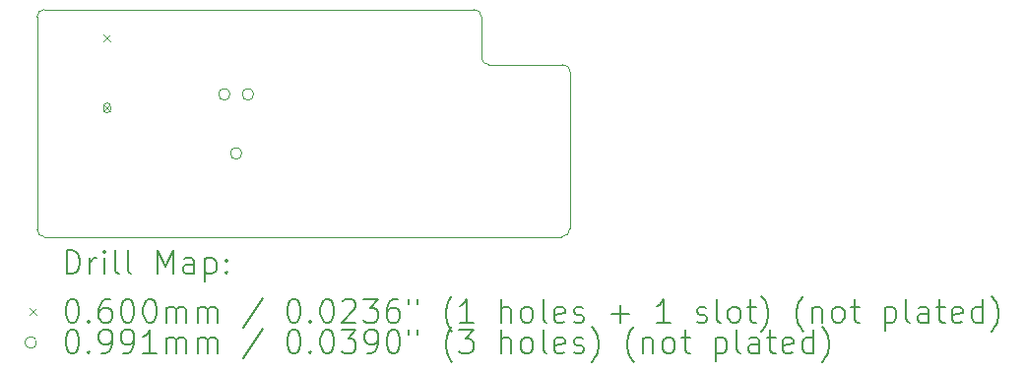
<source format=gbr>
%TF.GenerationSoftware,KiCad,Pcbnew,8.0.1*%
%TF.CreationDate,2024-04-03T20:43:08-07:00*%
%TF.ProjectId,Bluetooth_OSHW,426c7565-746f-46f7-9468-5f4f5348572e,rev?*%
%TF.SameCoordinates,Original*%
%TF.FileFunction,Drillmap*%
%TF.FilePolarity,Positive*%
%FSLAX45Y45*%
G04 Gerber Fmt 4.5, Leading zero omitted, Abs format (unit mm)*
G04 Created by KiCad (PCBNEW 8.0.1) date 2024-04-03 20:43:08*
%MOMM*%
%LPD*%
G01*
G04 APERTURE LIST*
%ADD10C,0.100000*%
%ADD11C,0.200000*%
G04 APERTURE END LIST*
D10*
X19202400Y-14757400D02*
G75*
G02*
X19138900Y-14693900I0J63500D01*
G01*
X23723600Y-14681201D02*
G75*
G02*
X23647399Y-14757400I-76200J1D01*
G01*
X23723600Y-14681200D02*
X23723600Y-13339900D01*
X22896500Y-12801600D02*
G75*
G02*
X22960000Y-12865100I0J-63500D01*
G01*
X19138900Y-12865100D02*
G75*
G02*
X19202400Y-12801600I63500J0D01*
G01*
X19138900Y-12865100D02*
X19138900Y-14693900D01*
X23660100Y-13276400D02*
G75*
G02*
X23723600Y-13339900I0J-63500D01*
G01*
X23023500Y-13276400D02*
G75*
G02*
X22960000Y-13212900I0J63500D01*
G01*
X22960000Y-13212900D02*
X22960000Y-12865100D01*
X23660100Y-13276400D02*
X23023500Y-13276400D01*
X19202400Y-14757400D02*
X23647399Y-14757400D01*
X19202400Y-12801600D02*
X22896500Y-12801600D01*
D11*
D10*
X19710500Y-13018000D02*
X19770500Y-13078000D01*
X19770500Y-13018000D02*
X19710500Y-13078000D01*
X19710500Y-13618000D02*
X19770500Y-13678000D01*
X19770500Y-13618000D02*
X19710500Y-13678000D01*
X19710500Y-13635500D02*
X19710500Y-13660500D01*
X19770500Y-13660500D02*
G75*
G02*
X19710500Y-13660500I-30000J0D01*
G01*
X19770500Y-13660500D02*
X19770500Y-13635500D01*
X19770500Y-13635500D02*
G75*
G03*
X19710500Y-13635500I-30000J0D01*
G01*
X20798430Y-13531000D02*
G75*
G02*
X20699370Y-13531000I-49530J0D01*
G01*
X20699370Y-13531000D02*
G75*
G02*
X20798430Y-13531000I49530J0D01*
G01*
X20900030Y-14039000D02*
G75*
G02*
X20800970Y-14039000I-49530J0D01*
G01*
X20800970Y-14039000D02*
G75*
G02*
X20900030Y-14039000I49530J0D01*
G01*
X21001630Y-13531000D02*
G75*
G02*
X20902570Y-13531000I-49530J0D01*
G01*
X20902570Y-13531000D02*
G75*
G02*
X21001630Y-13531000I49530J0D01*
G01*
D11*
X19394677Y-15073884D02*
X19394677Y-14873884D01*
X19394677Y-14873884D02*
X19442296Y-14873884D01*
X19442296Y-14873884D02*
X19470867Y-14883408D01*
X19470867Y-14883408D02*
X19489915Y-14902455D01*
X19489915Y-14902455D02*
X19499439Y-14921503D01*
X19499439Y-14921503D02*
X19508963Y-14959598D01*
X19508963Y-14959598D02*
X19508963Y-14988169D01*
X19508963Y-14988169D02*
X19499439Y-15026265D01*
X19499439Y-15026265D02*
X19489915Y-15045312D01*
X19489915Y-15045312D02*
X19470867Y-15064360D01*
X19470867Y-15064360D02*
X19442296Y-15073884D01*
X19442296Y-15073884D02*
X19394677Y-15073884D01*
X19594677Y-15073884D02*
X19594677Y-14940550D01*
X19594677Y-14978646D02*
X19604201Y-14959598D01*
X19604201Y-14959598D02*
X19613724Y-14950074D01*
X19613724Y-14950074D02*
X19632772Y-14940550D01*
X19632772Y-14940550D02*
X19651820Y-14940550D01*
X19718486Y-15073884D02*
X19718486Y-14940550D01*
X19718486Y-14873884D02*
X19708963Y-14883408D01*
X19708963Y-14883408D02*
X19718486Y-14892931D01*
X19718486Y-14892931D02*
X19728010Y-14883408D01*
X19728010Y-14883408D02*
X19718486Y-14873884D01*
X19718486Y-14873884D02*
X19718486Y-14892931D01*
X19842296Y-15073884D02*
X19823248Y-15064360D01*
X19823248Y-15064360D02*
X19813724Y-15045312D01*
X19813724Y-15045312D02*
X19813724Y-14873884D01*
X19947058Y-15073884D02*
X19928010Y-15064360D01*
X19928010Y-15064360D02*
X19918486Y-15045312D01*
X19918486Y-15045312D02*
X19918486Y-14873884D01*
X20175629Y-15073884D02*
X20175629Y-14873884D01*
X20175629Y-14873884D02*
X20242296Y-15016741D01*
X20242296Y-15016741D02*
X20308963Y-14873884D01*
X20308963Y-14873884D02*
X20308963Y-15073884D01*
X20489915Y-15073884D02*
X20489915Y-14969122D01*
X20489915Y-14969122D02*
X20480391Y-14950074D01*
X20480391Y-14950074D02*
X20461344Y-14940550D01*
X20461344Y-14940550D02*
X20423248Y-14940550D01*
X20423248Y-14940550D02*
X20404201Y-14950074D01*
X20489915Y-15064360D02*
X20470867Y-15073884D01*
X20470867Y-15073884D02*
X20423248Y-15073884D01*
X20423248Y-15073884D02*
X20404201Y-15064360D01*
X20404201Y-15064360D02*
X20394677Y-15045312D01*
X20394677Y-15045312D02*
X20394677Y-15026265D01*
X20394677Y-15026265D02*
X20404201Y-15007217D01*
X20404201Y-15007217D02*
X20423248Y-14997693D01*
X20423248Y-14997693D02*
X20470867Y-14997693D01*
X20470867Y-14997693D02*
X20489915Y-14988169D01*
X20585153Y-14940550D02*
X20585153Y-15140550D01*
X20585153Y-14950074D02*
X20604201Y-14940550D01*
X20604201Y-14940550D02*
X20642296Y-14940550D01*
X20642296Y-14940550D02*
X20661344Y-14950074D01*
X20661344Y-14950074D02*
X20670867Y-14959598D01*
X20670867Y-14959598D02*
X20680391Y-14978646D01*
X20680391Y-14978646D02*
X20680391Y-15035788D01*
X20680391Y-15035788D02*
X20670867Y-15054836D01*
X20670867Y-15054836D02*
X20661344Y-15064360D01*
X20661344Y-15064360D02*
X20642296Y-15073884D01*
X20642296Y-15073884D02*
X20604201Y-15073884D01*
X20604201Y-15073884D02*
X20585153Y-15064360D01*
X20766105Y-15054836D02*
X20775629Y-15064360D01*
X20775629Y-15064360D02*
X20766105Y-15073884D01*
X20766105Y-15073884D02*
X20756582Y-15064360D01*
X20756582Y-15064360D02*
X20766105Y-15054836D01*
X20766105Y-15054836D02*
X20766105Y-15073884D01*
X20766105Y-14950074D02*
X20775629Y-14959598D01*
X20775629Y-14959598D02*
X20766105Y-14969122D01*
X20766105Y-14969122D02*
X20756582Y-14959598D01*
X20756582Y-14959598D02*
X20766105Y-14950074D01*
X20766105Y-14950074D02*
X20766105Y-14969122D01*
D10*
X19073900Y-15372400D02*
X19133900Y-15432400D01*
X19133900Y-15372400D02*
X19073900Y-15432400D01*
D11*
X19432772Y-15293884D02*
X19451820Y-15293884D01*
X19451820Y-15293884D02*
X19470867Y-15303408D01*
X19470867Y-15303408D02*
X19480391Y-15312931D01*
X19480391Y-15312931D02*
X19489915Y-15331979D01*
X19489915Y-15331979D02*
X19499439Y-15370074D01*
X19499439Y-15370074D02*
X19499439Y-15417693D01*
X19499439Y-15417693D02*
X19489915Y-15455788D01*
X19489915Y-15455788D02*
X19480391Y-15474836D01*
X19480391Y-15474836D02*
X19470867Y-15484360D01*
X19470867Y-15484360D02*
X19451820Y-15493884D01*
X19451820Y-15493884D02*
X19432772Y-15493884D01*
X19432772Y-15493884D02*
X19413724Y-15484360D01*
X19413724Y-15484360D02*
X19404201Y-15474836D01*
X19404201Y-15474836D02*
X19394677Y-15455788D01*
X19394677Y-15455788D02*
X19385153Y-15417693D01*
X19385153Y-15417693D02*
X19385153Y-15370074D01*
X19385153Y-15370074D02*
X19394677Y-15331979D01*
X19394677Y-15331979D02*
X19404201Y-15312931D01*
X19404201Y-15312931D02*
X19413724Y-15303408D01*
X19413724Y-15303408D02*
X19432772Y-15293884D01*
X19585153Y-15474836D02*
X19594677Y-15484360D01*
X19594677Y-15484360D02*
X19585153Y-15493884D01*
X19585153Y-15493884D02*
X19575629Y-15484360D01*
X19575629Y-15484360D02*
X19585153Y-15474836D01*
X19585153Y-15474836D02*
X19585153Y-15493884D01*
X19766105Y-15293884D02*
X19728010Y-15293884D01*
X19728010Y-15293884D02*
X19708963Y-15303408D01*
X19708963Y-15303408D02*
X19699439Y-15312931D01*
X19699439Y-15312931D02*
X19680391Y-15341503D01*
X19680391Y-15341503D02*
X19670867Y-15379598D01*
X19670867Y-15379598D02*
X19670867Y-15455788D01*
X19670867Y-15455788D02*
X19680391Y-15474836D01*
X19680391Y-15474836D02*
X19689915Y-15484360D01*
X19689915Y-15484360D02*
X19708963Y-15493884D01*
X19708963Y-15493884D02*
X19747058Y-15493884D01*
X19747058Y-15493884D02*
X19766105Y-15484360D01*
X19766105Y-15484360D02*
X19775629Y-15474836D01*
X19775629Y-15474836D02*
X19785153Y-15455788D01*
X19785153Y-15455788D02*
X19785153Y-15408169D01*
X19785153Y-15408169D02*
X19775629Y-15389122D01*
X19775629Y-15389122D02*
X19766105Y-15379598D01*
X19766105Y-15379598D02*
X19747058Y-15370074D01*
X19747058Y-15370074D02*
X19708963Y-15370074D01*
X19708963Y-15370074D02*
X19689915Y-15379598D01*
X19689915Y-15379598D02*
X19680391Y-15389122D01*
X19680391Y-15389122D02*
X19670867Y-15408169D01*
X19908963Y-15293884D02*
X19928010Y-15293884D01*
X19928010Y-15293884D02*
X19947058Y-15303408D01*
X19947058Y-15303408D02*
X19956582Y-15312931D01*
X19956582Y-15312931D02*
X19966105Y-15331979D01*
X19966105Y-15331979D02*
X19975629Y-15370074D01*
X19975629Y-15370074D02*
X19975629Y-15417693D01*
X19975629Y-15417693D02*
X19966105Y-15455788D01*
X19966105Y-15455788D02*
X19956582Y-15474836D01*
X19956582Y-15474836D02*
X19947058Y-15484360D01*
X19947058Y-15484360D02*
X19928010Y-15493884D01*
X19928010Y-15493884D02*
X19908963Y-15493884D01*
X19908963Y-15493884D02*
X19889915Y-15484360D01*
X19889915Y-15484360D02*
X19880391Y-15474836D01*
X19880391Y-15474836D02*
X19870867Y-15455788D01*
X19870867Y-15455788D02*
X19861344Y-15417693D01*
X19861344Y-15417693D02*
X19861344Y-15370074D01*
X19861344Y-15370074D02*
X19870867Y-15331979D01*
X19870867Y-15331979D02*
X19880391Y-15312931D01*
X19880391Y-15312931D02*
X19889915Y-15303408D01*
X19889915Y-15303408D02*
X19908963Y-15293884D01*
X20099439Y-15293884D02*
X20118486Y-15293884D01*
X20118486Y-15293884D02*
X20137534Y-15303408D01*
X20137534Y-15303408D02*
X20147058Y-15312931D01*
X20147058Y-15312931D02*
X20156582Y-15331979D01*
X20156582Y-15331979D02*
X20166105Y-15370074D01*
X20166105Y-15370074D02*
X20166105Y-15417693D01*
X20166105Y-15417693D02*
X20156582Y-15455788D01*
X20156582Y-15455788D02*
X20147058Y-15474836D01*
X20147058Y-15474836D02*
X20137534Y-15484360D01*
X20137534Y-15484360D02*
X20118486Y-15493884D01*
X20118486Y-15493884D02*
X20099439Y-15493884D01*
X20099439Y-15493884D02*
X20080391Y-15484360D01*
X20080391Y-15484360D02*
X20070867Y-15474836D01*
X20070867Y-15474836D02*
X20061344Y-15455788D01*
X20061344Y-15455788D02*
X20051820Y-15417693D01*
X20051820Y-15417693D02*
X20051820Y-15370074D01*
X20051820Y-15370074D02*
X20061344Y-15331979D01*
X20061344Y-15331979D02*
X20070867Y-15312931D01*
X20070867Y-15312931D02*
X20080391Y-15303408D01*
X20080391Y-15303408D02*
X20099439Y-15293884D01*
X20251820Y-15493884D02*
X20251820Y-15360550D01*
X20251820Y-15379598D02*
X20261344Y-15370074D01*
X20261344Y-15370074D02*
X20280391Y-15360550D01*
X20280391Y-15360550D02*
X20308963Y-15360550D01*
X20308963Y-15360550D02*
X20328010Y-15370074D01*
X20328010Y-15370074D02*
X20337534Y-15389122D01*
X20337534Y-15389122D02*
X20337534Y-15493884D01*
X20337534Y-15389122D02*
X20347058Y-15370074D01*
X20347058Y-15370074D02*
X20366105Y-15360550D01*
X20366105Y-15360550D02*
X20394677Y-15360550D01*
X20394677Y-15360550D02*
X20413725Y-15370074D01*
X20413725Y-15370074D02*
X20423248Y-15389122D01*
X20423248Y-15389122D02*
X20423248Y-15493884D01*
X20518486Y-15493884D02*
X20518486Y-15360550D01*
X20518486Y-15379598D02*
X20528010Y-15370074D01*
X20528010Y-15370074D02*
X20547058Y-15360550D01*
X20547058Y-15360550D02*
X20575629Y-15360550D01*
X20575629Y-15360550D02*
X20594677Y-15370074D01*
X20594677Y-15370074D02*
X20604201Y-15389122D01*
X20604201Y-15389122D02*
X20604201Y-15493884D01*
X20604201Y-15389122D02*
X20613725Y-15370074D01*
X20613725Y-15370074D02*
X20632772Y-15360550D01*
X20632772Y-15360550D02*
X20661344Y-15360550D01*
X20661344Y-15360550D02*
X20680391Y-15370074D01*
X20680391Y-15370074D02*
X20689915Y-15389122D01*
X20689915Y-15389122D02*
X20689915Y-15493884D01*
X21080391Y-15284360D02*
X20908963Y-15541503D01*
X21337534Y-15293884D02*
X21356582Y-15293884D01*
X21356582Y-15293884D02*
X21375629Y-15303408D01*
X21375629Y-15303408D02*
X21385153Y-15312931D01*
X21385153Y-15312931D02*
X21394677Y-15331979D01*
X21394677Y-15331979D02*
X21404201Y-15370074D01*
X21404201Y-15370074D02*
X21404201Y-15417693D01*
X21404201Y-15417693D02*
X21394677Y-15455788D01*
X21394677Y-15455788D02*
X21385153Y-15474836D01*
X21385153Y-15474836D02*
X21375629Y-15484360D01*
X21375629Y-15484360D02*
X21356582Y-15493884D01*
X21356582Y-15493884D02*
X21337534Y-15493884D01*
X21337534Y-15493884D02*
X21318487Y-15484360D01*
X21318487Y-15484360D02*
X21308963Y-15474836D01*
X21308963Y-15474836D02*
X21299439Y-15455788D01*
X21299439Y-15455788D02*
X21289915Y-15417693D01*
X21289915Y-15417693D02*
X21289915Y-15370074D01*
X21289915Y-15370074D02*
X21299439Y-15331979D01*
X21299439Y-15331979D02*
X21308963Y-15312931D01*
X21308963Y-15312931D02*
X21318487Y-15303408D01*
X21318487Y-15303408D02*
X21337534Y-15293884D01*
X21489915Y-15474836D02*
X21499439Y-15484360D01*
X21499439Y-15484360D02*
X21489915Y-15493884D01*
X21489915Y-15493884D02*
X21480391Y-15484360D01*
X21480391Y-15484360D02*
X21489915Y-15474836D01*
X21489915Y-15474836D02*
X21489915Y-15493884D01*
X21623248Y-15293884D02*
X21642296Y-15293884D01*
X21642296Y-15293884D02*
X21661344Y-15303408D01*
X21661344Y-15303408D02*
X21670868Y-15312931D01*
X21670868Y-15312931D02*
X21680391Y-15331979D01*
X21680391Y-15331979D02*
X21689915Y-15370074D01*
X21689915Y-15370074D02*
X21689915Y-15417693D01*
X21689915Y-15417693D02*
X21680391Y-15455788D01*
X21680391Y-15455788D02*
X21670868Y-15474836D01*
X21670868Y-15474836D02*
X21661344Y-15484360D01*
X21661344Y-15484360D02*
X21642296Y-15493884D01*
X21642296Y-15493884D02*
X21623248Y-15493884D01*
X21623248Y-15493884D02*
X21604201Y-15484360D01*
X21604201Y-15484360D02*
X21594677Y-15474836D01*
X21594677Y-15474836D02*
X21585153Y-15455788D01*
X21585153Y-15455788D02*
X21575629Y-15417693D01*
X21575629Y-15417693D02*
X21575629Y-15370074D01*
X21575629Y-15370074D02*
X21585153Y-15331979D01*
X21585153Y-15331979D02*
X21594677Y-15312931D01*
X21594677Y-15312931D02*
X21604201Y-15303408D01*
X21604201Y-15303408D02*
X21623248Y-15293884D01*
X21766106Y-15312931D02*
X21775629Y-15303408D01*
X21775629Y-15303408D02*
X21794677Y-15293884D01*
X21794677Y-15293884D02*
X21842296Y-15293884D01*
X21842296Y-15293884D02*
X21861344Y-15303408D01*
X21861344Y-15303408D02*
X21870868Y-15312931D01*
X21870868Y-15312931D02*
X21880391Y-15331979D01*
X21880391Y-15331979D02*
X21880391Y-15351027D01*
X21880391Y-15351027D02*
X21870868Y-15379598D01*
X21870868Y-15379598D02*
X21756582Y-15493884D01*
X21756582Y-15493884D02*
X21880391Y-15493884D01*
X21947058Y-15293884D02*
X22070868Y-15293884D01*
X22070868Y-15293884D02*
X22004201Y-15370074D01*
X22004201Y-15370074D02*
X22032772Y-15370074D01*
X22032772Y-15370074D02*
X22051820Y-15379598D01*
X22051820Y-15379598D02*
X22061344Y-15389122D01*
X22061344Y-15389122D02*
X22070868Y-15408169D01*
X22070868Y-15408169D02*
X22070868Y-15455788D01*
X22070868Y-15455788D02*
X22061344Y-15474836D01*
X22061344Y-15474836D02*
X22051820Y-15484360D01*
X22051820Y-15484360D02*
X22032772Y-15493884D01*
X22032772Y-15493884D02*
X21975629Y-15493884D01*
X21975629Y-15493884D02*
X21956582Y-15484360D01*
X21956582Y-15484360D02*
X21947058Y-15474836D01*
X22242296Y-15293884D02*
X22204201Y-15293884D01*
X22204201Y-15293884D02*
X22185153Y-15303408D01*
X22185153Y-15303408D02*
X22175629Y-15312931D01*
X22175629Y-15312931D02*
X22156582Y-15341503D01*
X22156582Y-15341503D02*
X22147058Y-15379598D01*
X22147058Y-15379598D02*
X22147058Y-15455788D01*
X22147058Y-15455788D02*
X22156582Y-15474836D01*
X22156582Y-15474836D02*
X22166106Y-15484360D01*
X22166106Y-15484360D02*
X22185153Y-15493884D01*
X22185153Y-15493884D02*
X22223249Y-15493884D01*
X22223249Y-15493884D02*
X22242296Y-15484360D01*
X22242296Y-15484360D02*
X22251820Y-15474836D01*
X22251820Y-15474836D02*
X22261344Y-15455788D01*
X22261344Y-15455788D02*
X22261344Y-15408169D01*
X22261344Y-15408169D02*
X22251820Y-15389122D01*
X22251820Y-15389122D02*
X22242296Y-15379598D01*
X22242296Y-15379598D02*
X22223249Y-15370074D01*
X22223249Y-15370074D02*
X22185153Y-15370074D01*
X22185153Y-15370074D02*
X22166106Y-15379598D01*
X22166106Y-15379598D02*
X22156582Y-15389122D01*
X22156582Y-15389122D02*
X22147058Y-15408169D01*
X22337534Y-15293884D02*
X22337534Y-15331979D01*
X22413725Y-15293884D02*
X22413725Y-15331979D01*
X22708963Y-15570074D02*
X22699439Y-15560550D01*
X22699439Y-15560550D02*
X22680391Y-15531979D01*
X22680391Y-15531979D02*
X22670868Y-15512931D01*
X22670868Y-15512931D02*
X22661344Y-15484360D01*
X22661344Y-15484360D02*
X22651820Y-15436741D01*
X22651820Y-15436741D02*
X22651820Y-15398646D01*
X22651820Y-15398646D02*
X22661344Y-15351027D01*
X22661344Y-15351027D02*
X22670868Y-15322455D01*
X22670868Y-15322455D02*
X22680391Y-15303408D01*
X22680391Y-15303408D02*
X22699439Y-15274836D01*
X22699439Y-15274836D02*
X22708963Y-15265312D01*
X22889915Y-15493884D02*
X22775629Y-15493884D01*
X22832772Y-15493884D02*
X22832772Y-15293884D01*
X22832772Y-15293884D02*
X22813725Y-15322455D01*
X22813725Y-15322455D02*
X22794677Y-15341503D01*
X22794677Y-15341503D02*
X22775629Y-15351027D01*
X23128010Y-15493884D02*
X23128010Y-15293884D01*
X23213725Y-15493884D02*
X23213725Y-15389122D01*
X23213725Y-15389122D02*
X23204201Y-15370074D01*
X23204201Y-15370074D02*
X23185153Y-15360550D01*
X23185153Y-15360550D02*
X23156582Y-15360550D01*
X23156582Y-15360550D02*
X23137534Y-15370074D01*
X23137534Y-15370074D02*
X23128010Y-15379598D01*
X23337534Y-15493884D02*
X23318487Y-15484360D01*
X23318487Y-15484360D02*
X23308963Y-15474836D01*
X23308963Y-15474836D02*
X23299439Y-15455788D01*
X23299439Y-15455788D02*
X23299439Y-15398646D01*
X23299439Y-15398646D02*
X23308963Y-15379598D01*
X23308963Y-15379598D02*
X23318487Y-15370074D01*
X23318487Y-15370074D02*
X23337534Y-15360550D01*
X23337534Y-15360550D02*
X23366106Y-15360550D01*
X23366106Y-15360550D02*
X23385153Y-15370074D01*
X23385153Y-15370074D02*
X23394677Y-15379598D01*
X23394677Y-15379598D02*
X23404201Y-15398646D01*
X23404201Y-15398646D02*
X23404201Y-15455788D01*
X23404201Y-15455788D02*
X23394677Y-15474836D01*
X23394677Y-15474836D02*
X23385153Y-15484360D01*
X23385153Y-15484360D02*
X23366106Y-15493884D01*
X23366106Y-15493884D02*
X23337534Y-15493884D01*
X23518487Y-15493884D02*
X23499439Y-15484360D01*
X23499439Y-15484360D02*
X23489915Y-15465312D01*
X23489915Y-15465312D02*
X23489915Y-15293884D01*
X23670868Y-15484360D02*
X23651820Y-15493884D01*
X23651820Y-15493884D02*
X23613725Y-15493884D01*
X23613725Y-15493884D02*
X23594677Y-15484360D01*
X23594677Y-15484360D02*
X23585153Y-15465312D01*
X23585153Y-15465312D02*
X23585153Y-15389122D01*
X23585153Y-15389122D02*
X23594677Y-15370074D01*
X23594677Y-15370074D02*
X23613725Y-15360550D01*
X23613725Y-15360550D02*
X23651820Y-15360550D01*
X23651820Y-15360550D02*
X23670868Y-15370074D01*
X23670868Y-15370074D02*
X23680391Y-15389122D01*
X23680391Y-15389122D02*
X23680391Y-15408169D01*
X23680391Y-15408169D02*
X23585153Y-15427217D01*
X23756582Y-15484360D02*
X23775630Y-15493884D01*
X23775630Y-15493884D02*
X23813725Y-15493884D01*
X23813725Y-15493884D02*
X23832772Y-15484360D01*
X23832772Y-15484360D02*
X23842296Y-15465312D01*
X23842296Y-15465312D02*
X23842296Y-15455788D01*
X23842296Y-15455788D02*
X23832772Y-15436741D01*
X23832772Y-15436741D02*
X23813725Y-15427217D01*
X23813725Y-15427217D02*
X23785153Y-15427217D01*
X23785153Y-15427217D02*
X23766106Y-15417693D01*
X23766106Y-15417693D02*
X23756582Y-15398646D01*
X23756582Y-15398646D02*
X23756582Y-15389122D01*
X23756582Y-15389122D02*
X23766106Y-15370074D01*
X23766106Y-15370074D02*
X23785153Y-15360550D01*
X23785153Y-15360550D02*
X23813725Y-15360550D01*
X23813725Y-15360550D02*
X23832772Y-15370074D01*
X24080392Y-15417693D02*
X24232773Y-15417693D01*
X24156582Y-15493884D02*
X24156582Y-15341503D01*
X24585153Y-15493884D02*
X24470868Y-15493884D01*
X24528011Y-15493884D02*
X24528011Y-15293884D01*
X24528011Y-15293884D02*
X24508963Y-15322455D01*
X24508963Y-15322455D02*
X24489915Y-15341503D01*
X24489915Y-15341503D02*
X24470868Y-15351027D01*
X24813725Y-15484360D02*
X24832773Y-15493884D01*
X24832773Y-15493884D02*
X24870868Y-15493884D01*
X24870868Y-15493884D02*
X24889915Y-15484360D01*
X24889915Y-15484360D02*
X24899439Y-15465312D01*
X24899439Y-15465312D02*
X24899439Y-15455788D01*
X24899439Y-15455788D02*
X24889915Y-15436741D01*
X24889915Y-15436741D02*
X24870868Y-15427217D01*
X24870868Y-15427217D02*
X24842296Y-15427217D01*
X24842296Y-15427217D02*
X24823249Y-15417693D01*
X24823249Y-15417693D02*
X24813725Y-15398646D01*
X24813725Y-15398646D02*
X24813725Y-15389122D01*
X24813725Y-15389122D02*
X24823249Y-15370074D01*
X24823249Y-15370074D02*
X24842296Y-15360550D01*
X24842296Y-15360550D02*
X24870868Y-15360550D01*
X24870868Y-15360550D02*
X24889915Y-15370074D01*
X25013725Y-15493884D02*
X24994677Y-15484360D01*
X24994677Y-15484360D02*
X24985154Y-15465312D01*
X24985154Y-15465312D02*
X24985154Y-15293884D01*
X25118487Y-15493884D02*
X25099439Y-15484360D01*
X25099439Y-15484360D02*
X25089915Y-15474836D01*
X25089915Y-15474836D02*
X25080392Y-15455788D01*
X25080392Y-15455788D02*
X25080392Y-15398646D01*
X25080392Y-15398646D02*
X25089915Y-15379598D01*
X25089915Y-15379598D02*
X25099439Y-15370074D01*
X25099439Y-15370074D02*
X25118487Y-15360550D01*
X25118487Y-15360550D02*
X25147058Y-15360550D01*
X25147058Y-15360550D02*
X25166106Y-15370074D01*
X25166106Y-15370074D02*
X25175630Y-15379598D01*
X25175630Y-15379598D02*
X25185154Y-15398646D01*
X25185154Y-15398646D02*
X25185154Y-15455788D01*
X25185154Y-15455788D02*
X25175630Y-15474836D01*
X25175630Y-15474836D02*
X25166106Y-15484360D01*
X25166106Y-15484360D02*
X25147058Y-15493884D01*
X25147058Y-15493884D02*
X25118487Y-15493884D01*
X25242296Y-15360550D02*
X25318487Y-15360550D01*
X25270868Y-15293884D02*
X25270868Y-15465312D01*
X25270868Y-15465312D02*
X25280392Y-15484360D01*
X25280392Y-15484360D02*
X25299439Y-15493884D01*
X25299439Y-15493884D02*
X25318487Y-15493884D01*
X25366106Y-15570074D02*
X25375630Y-15560550D01*
X25375630Y-15560550D02*
X25394677Y-15531979D01*
X25394677Y-15531979D02*
X25404201Y-15512931D01*
X25404201Y-15512931D02*
X25413725Y-15484360D01*
X25413725Y-15484360D02*
X25423249Y-15436741D01*
X25423249Y-15436741D02*
X25423249Y-15398646D01*
X25423249Y-15398646D02*
X25413725Y-15351027D01*
X25413725Y-15351027D02*
X25404201Y-15322455D01*
X25404201Y-15322455D02*
X25394677Y-15303408D01*
X25394677Y-15303408D02*
X25375630Y-15274836D01*
X25375630Y-15274836D02*
X25366106Y-15265312D01*
X25728011Y-15570074D02*
X25718487Y-15560550D01*
X25718487Y-15560550D02*
X25699439Y-15531979D01*
X25699439Y-15531979D02*
X25689915Y-15512931D01*
X25689915Y-15512931D02*
X25680392Y-15484360D01*
X25680392Y-15484360D02*
X25670868Y-15436741D01*
X25670868Y-15436741D02*
X25670868Y-15398646D01*
X25670868Y-15398646D02*
X25680392Y-15351027D01*
X25680392Y-15351027D02*
X25689915Y-15322455D01*
X25689915Y-15322455D02*
X25699439Y-15303408D01*
X25699439Y-15303408D02*
X25718487Y-15274836D01*
X25718487Y-15274836D02*
X25728011Y-15265312D01*
X25804201Y-15360550D02*
X25804201Y-15493884D01*
X25804201Y-15379598D02*
X25813725Y-15370074D01*
X25813725Y-15370074D02*
X25832773Y-15360550D01*
X25832773Y-15360550D02*
X25861344Y-15360550D01*
X25861344Y-15360550D02*
X25880392Y-15370074D01*
X25880392Y-15370074D02*
X25889915Y-15389122D01*
X25889915Y-15389122D02*
X25889915Y-15493884D01*
X26013725Y-15493884D02*
X25994677Y-15484360D01*
X25994677Y-15484360D02*
X25985154Y-15474836D01*
X25985154Y-15474836D02*
X25975630Y-15455788D01*
X25975630Y-15455788D02*
X25975630Y-15398646D01*
X25975630Y-15398646D02*
X25985154Y-15379598D01*
X25985154Y-15379598D02*
X25994677Y-15370074D01*
X25994677Y-15370074D02*
X26013725Y-15360550D01*
X26013725Y-15360550D02*
X26042296Y-15360550D01*
X26042296Y-15360550D02*
X26061344Y-15370074D01*
X26061344Y-15370074D02*
X26070868Y-15379598D01*
X26070868Y-15379598D02*
X26080392Y-15398646D01*
X26080392Y-15398646D02*
X26080392Y-15455788D01*
X26080392Y-15455788D02*
X26070868Y-15474836D01*
X26070868Y-15474836D02*
X26061344Y-15484360D01*
X26061344Y-15484360D02*
X26042296Y-15493884D01*
X26042296Y-15493884D02*
X26013725Y-15493884D01*
X26137535Y-15360550D02*
X26213725Y-15360550D01*
X26166106Y-15293884D02*
X26166106Y-15465312D01*
X26166106Y-15465312D02*
X26175630Y-15484360D01*
X26175630Y-15484360D02*
X26194677Y-15493884D01*
X26194677Y-15493884D02*
X26213725Y-15493884D01*
X26432773Y-15360550D02*
X26432773Y-15560550D01*
X26432773Y-15370074D02*
X26451820Y-15360550D01*
X26451820Y-15360550D02*
X26489916Y-15360550D01*
X26489916Y-15360550D02*
X26508963Y-15370074D01*
X26508963Y-15370074D02*
X26518487Y-15379598D01*
X26518487Y-15379598D02*
X26528011Y-15398646D01*
X26528011Y-15398646D02*
X26528011Y-15455788D01*
X26528011Y-15455788D02*
X26518487Y-15474836D01*
X26518487Y-15474836D02*
X26508963Y-15484360D01*
X26508963Y-15484360D02*
X26489916Y-15493884D01*
X26489916Y-15493884D02*
X26451820Y-15493884D01*
X26451820Y-15493884D02*
X26432773Y-15484360D01*
X26642296Y-15493884D02*
X26623249Y-15484360D01*
X26623249Y-15484360D02*
X26613725Y-15465312D01*
X26613725Y-15465312D02*
X26613725Y-15293884D01*
X26804201Y-15493884D02*
X26804201Y-15389122D01*
X26804201Y-15389122D02*
X26794677Y-15370074D01*
X26794677Y-15370074D02*
X26775630Y-15360550D01*
X26775630Y-15360550D02*
X26737535Y-15360550D01*
X26737535Y-15360550D02*
X26718487Y-15370074D01*
X26804201Y-15484360D02*
X26785154Y-15493884D01*
X26785154Y-15493884D02*
X26737535Y-15493884D01*
X26737535Y-15493884D02*
X26718487Y-15484360D01*
X26718487Y-15484360D02*
X26708963Y-15465312D01*
X26708963Y-15465312D02*
X26708963Y-15446265D01*
X26708963Y-15446265D02*
X26718487Y-15427217D01*
X26718487Y-15427217D02*
X26737535Y-15417693D01*
X26737535Y-15417693D02*
X26785154Y-15417693D01*
X26785154Y-15417693D02*
X26804201Y-15408169D01*
X26870868Y-15360550D02*
X26947058Y-15360550D01*
X26899439Y-15293884D02*
X26899439Y-15465312D01*
X26899439Y-15465312D02*
X26908963Y-15484360D01*
X26908963Y-15484360D02*
X26928011Y-15493884D01*
X26928011Y-15493884D02*
X26947058Y-15493884D01*
X27089916Y-15484360D02*
X27070868Y-15493884D01*
X27070868Y-15493884D02*
X27032773Y-15493884D01*
X27032773Y-15493884D02*
X27013725Y-15484360D01*
X27013725Y-15484360D02*
X27004201Y-15465312D01*
X27004201Y-15465312D02*
X27004201Y-15389122D01*
X27004201Y-15389122D02*
X27013725Y-15370074D01*
X27013725Y-15370074D02*
X27032773Y-15360550D01*
X27032773Y-15360550D02*
X27070868Y-15360550D01*
X27070868Y-15360550D02*
X27089916Y-15370074D01*
X27089916Y-15370074D02*
X27099439Y-15389122D01*
X27099439Y-15389122D02*
X27099439Y-15408169D01*
X27099439Y-15408169D02*
X27004201Y-15427217D01*
X27270868Y-15493884D02*
X27270868Y-15293884D01*
X27270868Y-15484360D02*
X27251820Y-15493884D01*
X27251820Y-15493884D02*
X27213725Y-15493884D01*
X27213725Y-15493884D02*
X27194677Y-15484360D01*
X27194677Y-15484360D02*
X27185154Y-15474836D01*
X27185154Y-15474836D02*
X27175630Y-15455788D01*
X27175630Y-15455788D02*
X27175630Y-15398646D01*
X27175630Y-15398646D02*
X27185154Y-15379598D01*
X27185154Y-15379598D02*
X27194677Y-15370074D01*
X27194677Y-15370074D02*
X27213725Y-15360550D01*
X27213725Y-15360550D02*
X27251820Y-15360550D01*
X27251820Y-15360550D02*
X27270868Y-15370074D01*
X27347058Y-15570074D02*
X27356582Y-15560550D01*
X27356582Y-15560550D02*
X27375630Y-15531979D01*
X27375630Y-15531979D02*
X27385154Y-15512931D01*
X27385154Y-15512931D02*
X27394677Y-15484360D01*
X27394677Y-15484360D02*
X27404201Y-15436741D01*
X27404201Y-15436741D02*
X27404201Y-15398646D01*
X27404201Y-15398646D02*
X27394677Y-15351027D01*
X27394677Y-15351027D02*
X27385154Y-15322455D01*
X27385154Y-15322455D02*
X27375630Y-15303408D01*
X27375630Y-15303408D02*
X27356582Y-15274836D01*
X27356582Y-15274836D02*
X27347058Y-15265312D01*
D10*
X19133900Y-15666400D02*
G75*
G02*
X19034840Y-15666400I-49530J0D01*
G01*
X19034840Y-15666400D02*
G75*
G02*
X19133900Y-15666400I49530J0D01*
G01*
D11*
X19432772Y-15557884D02*
X19451820Y-15557884D01*
X19451820Y-15557884D02*
X19470867Y-15567408D01*
X19470867Y-15567408D02*
X19480391Y-15576931D01*
X19480391Y-15576931D02*
X19489915Y-15595979D01*
X19489915Y-15595979D02*
X19499439Y-15634074D01*
X19499439Y-15634074D02*
X19499439Y-15681693D01*
X19499439Y-15681693D02*
X19489915Y-15719788D01*
X19489915Y-15719788D02*
X19480391Y-15738836D01*
X19480391Y-15738836D02*
X19470867Y-15748360D01*
X19470867Y-15748360D02*
X19451820Y-15757884D01*
X19451820Y-15757884D02*
X19432772Y-15757884D01*
X19432772Y-15757884D02*
X19413724Y-15748360D01*
X19413724Y-15748360D02*
X19404201Y-15738836D01*
X19404201Y-15738836D02*
X19394677Y-15719788D01*
X19394677Y-15719788D02*
X19385153Y-15681693D01*
X19385153Y-15681693D02*
X19385153Y-15634074D01*
X19385153Y-15634074D02*
X19394677Y-15595979D01*
X19394677Y-15595979D02*
X19404201Y-15576931D01*
X19404201Y-15576931D02*
X19413724Y-15567408D01*
X19413724Y-15567408D02*
X19432772Y-15557884D01*
X19585153Y-15738836D02*
X19594677Y-15748360D01*
X19594677Y-15748360D02*
X19585153Y-15757884D01*
X19585153Y-15757884D02*
X19575629Y-15748360D01*
X19575629Y-15748360D02*
X19585153Y-15738836D01*
X19585153Y-15738836D02*
X19585153Y-15757884D01*
X19689915Y-15757884D02*
X19728010Y-15757884D01*
X19728010Y-15757884D02*
X19747058Y-15748360D01*
X19747058Y-15748360D02*
X19756582Y-15738836D01*
X19756582Y-15738836D02*
X19775629Y-15710265D01*
X19775629Y-15710265D02*
X19785153Y-15672169D01*
X19785153Y-15672169D02*
X19785153Y-15595979D01*
X19785153Y-15595979D02*
X19775629Y-15576931D01*
X19775629Y-15576931D02*
X19766105Y-15567408D01*
X19766105Y-15567408D02*
X19747058Y-15557884D01*
X19747058Y-15557884D02*
X19708963Y-15557884D01*
X19708963Y-15557884D02*
X19689915Y-15567408D01*
X19689915Y-15567408D02*
X19680391Y-15576931D01*
X19680391Y-15576931D02*
X19670867Y-15595979D01*
X19670867Y-15595979D02*
X19670867Y-15643598D01*
X19670867Y-15643598D02*
X19680391Y-15662646D01*
X19680391Y-15662646D02*
X19689915Y-15672169D01*
X19689915Y-15672169D02*
X19708963Y-15681693D01*
X19708963Y-15681693D02*
X19747058Y-15681693D01*
X19747058Y-15681693D02*
X19766105Y-15672169D01*
X19766105Y-15672169D02*
X19775629Y-15662646D01*
X19775629Y-15662646D02*
X19785153Y-15643598D01*
X19880391Y-15757884D02*
X19918486Y-15757884D01*
X19918486Y-15757884D02*
X19937534Y-15748360D01*
X19937534Y-15748360D02*
X19947058Y-15738836D01*
X19947058Y-15738836D02*
X19966105Y-15710265D01*
X19966105Y-15710265D02*
X19975629Y-15672169D01*
X19975629Y-15672169D02*
X19975629Y-15595979D01*
X19975629Y-15595979D02*
X19966105Y-15576931D01*
X19966105Y-15576931D02*
X19956582Y-15567408D01*
X19956582Y-15567408D02*
X19937534Y-15557884D01*
X19937534Y-15557884D02*
X19899439Y-15557884D01*
X19899439Y-15557884D02*
X19880391Y-15567408D01*
X19880391Y-15567408D02*
X19870867Y-15576931D01*
X19870867Y-15576931D02*
X19861344Y-15595979D01*
X19861344Y-15595979D02*
X19861344Y-15643598D01*
X19861344Y-15643598D02*
X19870867Y-15662646D01*
X19870867Y-15662646D02*
X19880391Y-15672169D01*
X19880391Y-15672169D02*
X19899439Y-15681693D01*
X19899439Y-15681693D02*
X19937534Y-15681693D01*
X19937534Y-15681693D02*
X19956582Y-15672169D01*
X19956582Y-15672169D02*
X19966105Y-15662646D01*
X19966105Y-15662646D02*
X19975629Y-15643598D01*
X20166105Y-15757884D02*
X20051820Y-15757884D01*
X20108963Y-15757884D02*
X20108963Y-15557884D01*
X20108963Y-15557884D02*
X20089915Y-15586455D01*
X20089915Y-15586455D02*
X20070867Y-15605503D01*
X20070867Y-15605503D02*
X20051820Y-15615027D01*
X20251820Y-15757884D02*
X20251820Y-15624550D01*
X20251820Y-15643598D02*
X20261344Y-15634074D01*
X20261344Y-15634074D02*
X20280391Y-15624550D01*
X20280391Y-15624550D02*
X20308963Y-15624550D01*
X20308963Y-15624550D02*
X20328010Y-15634074D01*
X20328010Y-15634074D02*
X20337534Y-15653122D01*
X20337534Y-15653122D02*
X20337534Y-15757884D01*
X20337534Y-15653122D02*
X20347058Y-15634074D01*
X20347058Y-15634074D02*
X20366105Y-15624550D01*
X20366105Y-15624550D02*
X20394677Y-15624550D01*
X20394677Y-15624550D02*
X20413725Y-15634074D01*
X20413725Y-15634074D02*
X20423248Y-15653122D01*
X20423248Y-15653122D02*
X20423248Y-15757884D01*
X20518486Y-15757884D02*
X20518486Y-15624550D01*
X20518486Y-15643598D02*
X20528010Y-15634074D01*
X20528010Y-15634074D02*
X20547058Y-15624550D01*
X20547058Y-15624550D02*
X20575629Y-15624550D01*
X20575629Y-15624550D02*
X20594677Y-15634074D01*
X20594677Y-15634074D02*
X20604201Y-15653122D01*
X20604201Y-15653122D02*
X20604201Y-15757884D01*
X20604201Y-15653122D02*
X20613725Y-15634074D01*
X20613725Y-15634074D02*
X20632772Y-15624550D01*
X20632772Y-15624550D02*
X20661344Y-15624550D01*
X20661344Y-15624550D02*
X20680391Y-15634074D01*
X20680391Y-15634074D02*
X20689915Y-15653122D01*
X20689915Y-15653122D02*
X20689915Y-15757884D01*
X21080391Y-15548360D02*
X20908963Y-15805503D01*
X21337534Y-15557884D02*
X21356582Y-15557884D01*
X21356582Y-15557884D02*
X21375629Y-15567408D01*
X21375629Y-15567408D02*
X21385153Y-15576931D01*
X21385153Y-15576931D02*
X21394677Y-15595979D01*
X21394677Y-15595979D02*
X21404201Y-15634074D01*
X21404201Y-15634074D02*
X21404201Y-15681693D01*
X21404201Y-15681693D02*
X21394677Y-15719788D01*
X21394677Y-15719788D02*
X21385153Y-15738836D01*
X21385153Y-15738836D02*
X21375629Y-15748360D01*
X21375629Y-15748360D02*
X21356582Y-15757884D01*
X21356582Y-15757884D02*
X21337534Y-15757884D01*
X21337534Y-15757884D02*
X21318487Y-15748360D01*
X21318487Y-15748360D02*
X21308963Y-15738836D01*
X21308963Y-15738836D02*
X21299439Y-15719788D01*
X21299439Y-15719788D02*
X21289915Y-15681693D01*
X21289915Y-15681693D02*
X21289915Y-15634074D01*
X21289915Y-15634074D02*
X21299439Y-15595979D01*
X21299439Y-15595979D02*
X21308963Y-15576931D01*
X21308963Y-15576931D02*
X21318487Y-15567408D01*
X21318487Y-15567408D02*
X21337534Y-15557884D01*
X21489915Y-15738836D02*
X21499439Y-15748360D01*
X21499439Y-15748360D02*
X21489915Y-15757884D01*
X21489915Y-15757884D02*
X21480391Y-15748360D01*
X21480391Y-15748360D02*
X21489915Y-15738836D01*
X21489915Y-15738836D02*
X21489915Y-15757884D01*
X21623248Y-15557884D02*
X21642296Y-15557884D01*
X21642296Y-15557884D02*
X21661344Y-15567408D01*
X21661344Y-15567408D02*
X21670868Y-15576931D01*
X21670868Y-15576931D02*
X21680391Y-15595979D01*
X21680391Y-15595979D02*
X21689915Y-15634074D01*
X21689915Y-15634074D02*
X21689915Y-15681693D01*
X21689915Y-15681693D02*
X21680391Y-15719788D01*
X21680391Y-15719788D02*
X21670868Y-15738836D01*
X21670868Y-15738836D02*
X21661344Y-15748360D01*
X21661344Y-15748360D02*
X21642296Y-15757884D01*
X21642296Y-15757884D02*
X21623248Y-15757884D01*
X21623248Y-15757884D02*
X21604201Y-15748360D01*
X21604201Y-15748360D02*
X21594677Y-15738836D01*
X21594677Y-15738836D02*
X21585153Y-15719788D01*
X21585153Y-15719788D02*
X21575629Y-15681693D01*
X21575629Y-15681693D02*
X21575629Y-15634074D01*
X21575629Y-15634074D02*
X21585153Y-15595979D01*
X21585153Y-15595979D02*
X21594677Y-15576931D01*
X21594677Y-15576931D02*
X21604201Y-15567408D01*
X21604201Y-15567408D02*
X21623248Y-15557884D01*
X21756582Y-15557884D02*
X21880391Y-15557884D01*
X21880391Y-15557884D02*
X21813725Y-15634074D01*
X21813725Y-15634074D02*
X21842296Y-15634074D01*
X21842296Y-15634074D02*
X21861344Y-15643598D01*
X21861344Y-15643598D02*
X21870868Y-15653122D01*
X21870868Y-15653122D02*
X21880391Y-15672169D01*
X21880391Y-15672169D02*
X21880391Y-15719788D01*
X21880391Y-15719788D02*
X21870868Y-15738836D01*
X21870868Y-15738836D02*
X21861344Y-15748360D01*
X21861344Y-15748360D02*
X21842296Y-15757884D01*
X21842296Y-15757884D02*
X21785153Y-15757884D01*
X21785153Y-15757884D02*
X21766106Y-15748360D01*
X21766106Y-15748360D02*
X21756582Y-15738836D01*
X21975629Y-15757884D02*
X22013725Y-15757884D01*
X22013725Y-15757884D02*
X22032772Y-15748360D01*
X22032772Y-15748360D02*
X22042296Y-15738836D01*
X22042296Y-15738836D02*
X22061344Y-15710265D01*
X22061344Y-15710265D02*
X22070868Y-15672169D01*
X22070868Y-15672169D02*
X22070868Y-15595979D01*
X22070868Y-15595979D02*
X22061344Y-15576931D01*
X22061344Y-15576931D02*
X22051820Y-15567408D01*
X22051820Y-15567408D02*
X22032772Y-15557884D01*
X22032772Y-15557884D02*
X21994677Y-15557884D01*
X21994677Y-15557884D02*
X21975629Y-15567408D01*
X21975629Y-15567408D02*
X21966106Y-15576931D01*
X21966106Y-15576931D02*
X21956582Y-15595979D01*
X21956582Y-15595979D02*
X21956582Y-15643598D01*
X21956582Y-15643598D02*
X21966106Y-15662646D01*
X21966106Y-15662646D02*
X21975629Y-15672169D01*
X21975629Y-15672169D02*
X21994677Y-15681693D01*
X21994677Y-15681693D02*
X22032772Y-15681693D01*
X22032772Y-15681693D02*
X22051820Y-15672169D01*
X22051820Y-15672169D02*
X22061344Y-15662646D01*
X22061344Y-15662646D02*
X22070868Y-15643598D01*
X22194677Y-15557884D02*
X22213725Y-15557884D01*
X22213725Y-15557884D02*
X22232772Y-15567408D01*
X22232772Y-15567408D02*
X22242296Y-15576931D01*
X22242296Y-15576931D02*
X22251820Y-15595979D01*
X22251820Y-15595979D02*
X22261344Y-15634074D01*
X22261344Y-15634074D02*
X22261344Y-15681693D01*
X22261344Y-15681693D02*
X22251820Y-15719788D01*
X22251820Y-15719788D02*
X22242296Y-15738836D01*
X22242296Y-15738836D02*
X22232772Y-15748360D01*
X22232772Y-15748360D02*
X22213725Y-15757884D01*
X22213725Y-15757884D02*
X22194677Y-15757884D01*
X22194677Y-15757884D02*
X22175629Y-15748360D01*
X22175629Y-15748360D02*
X22166106Y-15738836D01*
X22166106Y-15738836D02*
X22156582Y-15719788D01*
X22156582Y-15719788D02*
X22147058Y-15681693D01*
X22147058Y-15681693D02*
X22147058Y-15634074D01*
X22147058Y-15634074D02*
X22156582Y-15595979D01*
X22156582Y-15595979D02*
X22166106Y-15576931D01*
X22166106Y-15576931D02*
X22175629Y-15567408D01*
X22175629Y-15567408D02*
X22194677Y-15557884D01*
X22337534Y-15557884D02*
X22337534Y-15595979D01*
X22413725Y-15557884D02*
X22413725Y-15595979D01*
X22708963Y-15834074D02*
X22699439Y-15824550D01*
X22699439Y-15824550D02*
X22680391Y-15795979D01*
X22680391Y-15795979D02*
X22670868Y-15776931D01*
X22670868Y-15776931D02*
X22661344Y-15748360D01*
X22661344Y-15748360D02*
X22651820Y-15700741D01*
X22651820Y-15700741D02*
X22651820Y-15662646D01*
X22651820Y-15662646D02*
X22661344Y-15615027D01*
X22661344Y-15615027D02*
X22670868Y-15586455D01*
X22670868Y-15586455D02*
X22680391Y-15567408D01*
X22680391Y-15567408D02*
X22699439Y-15538836D01*
X22699439Y-15538836D02*
X22708963Y-15529312D01*
X22766106Y-15557884D02*
X22889915Y-15557884D01*
X22889915Y-15557884D02*
X22823248Y-15634074D01*
X22823248Y-15634074D02*
X22851820Y-15634074D01*
X22851820Y-15634074D02*
X22870868Y-15643598D01*
X22870868Y-15643598D02*
X22880391Y-15653122D01*
X22880391Y-15653122D02*
X22889915Y-15672169D01*
X22889915Y-15672169D02*
X22889915Y-15719788D01*
X22889915Y-15719788D02*
X22880391Y-15738836D01*
X22880391Y-15738836D02*
X22870868Y-15748360D01*
X22870868Y-15748360D02*
X22851820Y-15757884D01*
X22851820Y-15757884D02*
X22794677Y-15757884D01*
X22794677Y-15757884D02*
X22775629Y-15748360D01*
X22775629Y-15748360D02*
X22766106Y-15738836D01*
X23128010Y-15757884D02*
X23128010Y-15557884D01*
X23213725Y-15757884D02*
X23213725Y-15653122D01*
X23213725Y-15653122D02*
X23204201Y-15634074D01*
X23204201Y-15634074D02*
X23185153Y-15624550D01*
X23185153Y-15624550D02*
X23156582Y-15624550D01*
X23156582Y-15624550D02*
X23137534Y-15634074D01*
X23137534Y-15634074D02*
X23128010Y-15643598D01*
X23337534Y-15757884D02*
X23318487Y-15748360D01*
X23318487Y-15748360D02*
X23308963Y-15738836D01*
X23308963Y-15738836D02*
X23299439Y-15719788D01*
X23299439Y-15719788D02*
X23299439Y-15662646D01*
X23299439Y-15662646D02*
X23308963Y-15643598D01*
X23308963Y-15643598D02*
X23318487Y-15634074D01*
X23318487Y-15634074D02*
X23337534Y-15624550D01*
X23337534Y-15624550D02*
X23366106Y-15624550D01*
X23366106Y-15624550D02*
X23385153Y-15634074D01*
X23385153Y-15634074D02*
X23394677Y-15643598D01*
X23394677Y-15643598D02*
X23404201Y-15662646D01*
X23404201Y-15662646D02*
X23404201Y-15719788D01*
X23404201Y-15719788D02*
X23394677Y-15738836D01*
X23394677Y-15738836D02*
X23385153Y-15748360D01*
X23385153Y-15748360D02*
X23366106Y-15757884D01*
X23366106Y-15757884D02*
X23337534Y-15757884D01*
X23518487Y-15757884D02*
X23499439Y-15748360D01*
X23499439Y-15748360D02*
X23489915Y-15729312D01*
X23489915Y-15729312D02*
X23489915Y-15557884D01*
X23670868Y-15748360D02*
X23651820Y-15757884D01*
X23651820Y-15757884D02*
X23613725Y-15757884D01*
X23613725Y-15757884D02*
X23594677Y-15748360D01*
X23594677Y-15748360D02*
X23585153Y-15729312D01*
X23585153Y-15729312D02*
X23585153Y-15653122D01*
X23585153Y-15653122D02*
X23594677Y-15634074D01*
X23594677Y-15634074D02*
X23613725Y-15624550D01*
X23613725Y-15624550D02*
X23651820Y-15624550D01*
X23651820Y-15624550D02*
X23670868Y-15634074D01*
X23670868Y-15634074D02*
X23680391Y-15653122D01*
X23680391Y-15653122D02*
X23680391Y-15672169D01*
X23680391Y-15672169D02*
X23585153Y-15691217D01*
X23756582Y-15748360D02*
X23775630Y-15757884D01*
X23775630Y-15757884D02*
X23813725Y-15757884D01*
X23813725Y-15757884D02*
X23832772Y-15748360D01*
X23832772Y-15748360D02*
X23842296Y-15729312D01*
X23842296Y-15729312D02*
X23842296Y-15719788D01*
X23842296Y-15719788D02*
X23832772Y-15700741D01*
X23832772Y-15700741D02*
X23813725Y-15691217D01*
X23813725Y-15691217D02*
X23785153Y-15691217D01*
X23785153Y-15691217D02*
X23766106Y-15681693D01*
X23766106Y-15681693D02*
X23756582Y-15662646D01*
X23756582Y-15662646D02*
X23756582Y-15653122D01*
X23756582Y-15653122D02*
X23766106Y-15634074D01*
X23766106Y-15634074D02*
X23785153Y-15624550D01*
X23785153Y-15624550D02*
X23813725Y-15624550D01*
X23813725Y-15624550D02*
X23832772Y-15634074D01*
X23908963Y-15834074D02*
X23918487Y-15824550D01*
X23918487Y-15824550D02*
X23937534Y-15795979D01*
X23937534Y-15795979D02*
X23947058Y-15776931D01*
X23947058Y-15776931D02*
X23956582Y-15748360D01*
X23956582Y-15748360D02*
X23966106Y-15700741D01*
X23966106Y-15700741D02*
X23966106Y-15662646D01*
X23966106Y-15662646D02*
X23956582Y-15615027D01*
X23956582Y-15615027D02*
X23947058Y-15586455D01*
X23947058Y-15586455D02*
X23937534Y-15567408D01*
X23937534Y-15567408D02*
X23918487Y-15538836D01*
X23918487Y-15538836D02*
X23908963Y-15529312D01*
X24270868Y-15834074D02*
X24261344Y-15824550D01*
X24261344Y-15824550D02*
X24242296Y-15795979D01*
X24242296Y-15795979D02*
X24232772Y-15776931D01*
X24232772Y-15776931D02*
X24223249Y-15748360D01*
X24223249Y-15748360D02*
X24213725Y-15700741D01*
X24213725Y-15700741D02*
X24213725Y-15662646D01*
X24213725Y-15662646D02*
X24223249Y-15615027D01*
X24223249Y-15615027D02*
X24232772Y-15586455D01*
X24232772Y-15586455D02*
X24242296Y-15567408D01*
X24242296Y-15567408D02*
X24261344Y-15538836D01*
X24261344Y-15538836D02*
X24270868Y-15529312D01*
X24347058Y-15624550D02*
X24347058Y-15757884D01*
X24347058Y-15643598D02*
X24356582Y-15634074D01*
X24356582Y-15634074D02*
X24375630Y-15624550D01*
X24375630Y-15624550D02*
X24404201Y-15624550D01*
X24404201Y-15624550D02*
X24423249Y-15634074D01*
X24423249Y-15634074D02*
X24432772Y-15653122D01*
X24432772Y-15653122D02*
X24432772Y-15757884D01*
X24556582Y-15757884D02*
X24537534Y-15748360D01*
X24537534Y-15748360D02*
X24528011Y-15738836D01*
X24528011Y-15738836D02*
X24518487Y-15719788D01*
X24518487Y-15719788D02*
X24518487Y-15662646D01*
X24518487Y-15662646D02*
X24528011Y-15643598D01*
X24528011Y-15643598D02*
X24537534Y-15634074D01*
X24537534Y-15634074D02*
X24556582Y-15624550D01*
X24556582Y-15624550D02*
X24585153Y-15624550D01*
X24585153Y-15624550D02*
X24604201Y-15634074D01*
X24604201Y-15634074D02*
X24613725Y-15643598D01*
X24613725Y-15643598D02*
X24623249Y-15662646D01*
X24623249Y-15662646D02*
X24623249Y-15719788D01*
X24623249Y-15719788D02*
X24613725Y-15738836D01*
X24613725Y-15738836D02*
X24604201Y-15748360D01*
X24604201Y-15748360D02*
X24585153Y-15757884D01*
X24585153Y-15757884D02*
X24556582Y-15757884D01*
X24680392Y-15624550D02*
X24756582Y-15624550D01*
X24708963Y-15557884D02*
X24708963Y-15729312D01*
X24708963Y-15729312D02*
X24718487Y-15748360D01*
X24718487Y-15748360D02*
X24737534Y-15757884D01*
X24737534Y-15757884D02*
X24756582Y-15757884D01*
X24975630Y-15624550D02*
X24975630Y-15824550D01*
X24975630Y-15634074D02*
X24994677Y-15624550D01*
X24994677Y-15624550D02*
X25032773Y-15624550D01*
X25032773Y-15624550D02*
X25051820Y-15634074D01*
X25051820Y-15634074D02*
X25061344Y-15643598D01*
X25061344Y-15643598D02*
X25070868Y-15662646D01*
X25070868Y-15662646D02*
X25070868Y-15719788D01*
X25070868Y-15719788D02*
X25061344Y-15738836D01*
X25061344Y-15738836D02*
X25051820Y-15748360D01*
X25051820Y-15748360D02*
X25032773Y-15757884D01*
X25032773Y-15757884D02*
X24994677Y-15757884D01*
X24994677Y-15757884D02*
X24975630Y-15748360D01*
X25185153Y-15757884D02*
X25166106Y-15748360D01*
X25166106Y-15748360D02*
X25156582Y-15729312D01*
X25156582Y-15729312D02*
X25156582Y-15557884D01*
X25347058Y-15757884D02*
X25347058Y-15653122D01*
X25347058Y-15653122D02*
X25337534Y-15634074D01*
X25337534Y-15634074D02*
X25318487Y-15624550D01*
X25318487Y-15624550D02*
X25280392Y-15624550D01*
X25280392Y-15624550D02*
X25261344Y-15634074D01*
X25347058Y-15748360D02*
X25328011Y-15757884D01*
X25328011Y-15757884D02*
X25280392Y-15757884D01*
X25280392Y-15757884D02*
X25261344Y-15748360D01*
X25261344Y-15748360D02*
X25251820Y-15729312D01*
X25251820Y-15729312D02*
X25251820Y-15710265D01*
X25251820Y-15710265D02*
X25261344Y-15691217D01*
X25261344Y-15691217D02*
X25280392Y-15681693D01*
X25280392Y-15681693D02*
X25328011Y-15681693D01*
X25328011Y-15681693D02*
X25347058Y-15672169D01*
X25413725Y-15624550D02*
X25489915Y-15624550D01*
X25442296Y-15557884D02*
X25442296Y-15729312D01*
X25442296Y-15729312D02*
X25451820Y-15748360D01*
X25451820Y-15748360D02*
X25470868Y-15757884D01*
X25470868Y-15757884D02*
X25489915Y-15757884D01*
X25632773Y-15748360D02*
X25613725Y-15757884D01*
X25613725Y-15757884D02*
X25575630Y-15757884D01*
X25575630Y-15757884D02*
X25556582Y-15748360D01*
X25556582Y-15748360D02*
X25547058Y-15729312D01*
X25547058Y-15729312D02*
X25547058Y-15653122D01*
X25547058Y-15653122D02*
X25556582Y-15634074D01*
X25556582Y-15634074D02*
X25575630Y-15624550D01*
X25575630Y-15624550D02*
X25613725Y-15624550D01*
X25613725Y-15624550D02*
X25632773Y-15634074D01*
X25632773Y-15634074D02*
X25642296Y-15653122D01*
X25642296Y-15653122D02*
X25642296Y-15672169D01*
X25642296Y-15672169D02*
X25547058Y-15691217D01*
X25813725Y-15757884D02*
X25813725Y-15557884D01*
X25813725Y-15748360D02*
X25794677Y-15757884D01*
X25794677Y-15757884D02*
X25756582Y-15757884D01*
X25756582Y-15757884D02*
X25737534Y-15748360D01*
X25737534Y-15748360D02*
X25728011Y-15738836D01*
X25728011Y-15738836D02*
X25718487Y-15719788D01*
X25718487Y-15719788D02*
X25718487Y-15662646D01*
X25718487Y-15662646D02*
X25728011Y-15643598D01*
X25728011Y-15643598D02*
X25737534Y-15634074D01*
X25737534Y-15634074D02*
X25756582Y-15624550D01*
X25756582Y-15624550D02*
X25794677Y-15624550D01*
X25794677Y-15624550D02*
X25813725Y-15634074D01*
X25889915Y-15834074D02*
X25899439Y-15824550D01*
X25899439Y-15824550D02*
X25918487Y-15795979D01*
X25918487Y-15795979D02*
X25928011Y-15776931D01*
X25928011Y-15776931D02*
X25937534Y-15748360D01*
X25937534Y-15748360D02*
X25947058Y-15700741D01*
X25947058Y-15700741D02*
X25947058Y-15662646D01*
X25947058Y-15662646D02*
X25937534Y-15615027D01*
X25937534Y-15615027D02*
X25928011Y-15586455D01*
X25928011Y-15586455D02*
X25918487Y-15567408D01*
X25918487Y-15567408D02*
X25899439Y-15538836D01*
X25899439Y-15538836D02*
X25889915Y-15529312D01*
M02*

</source>
